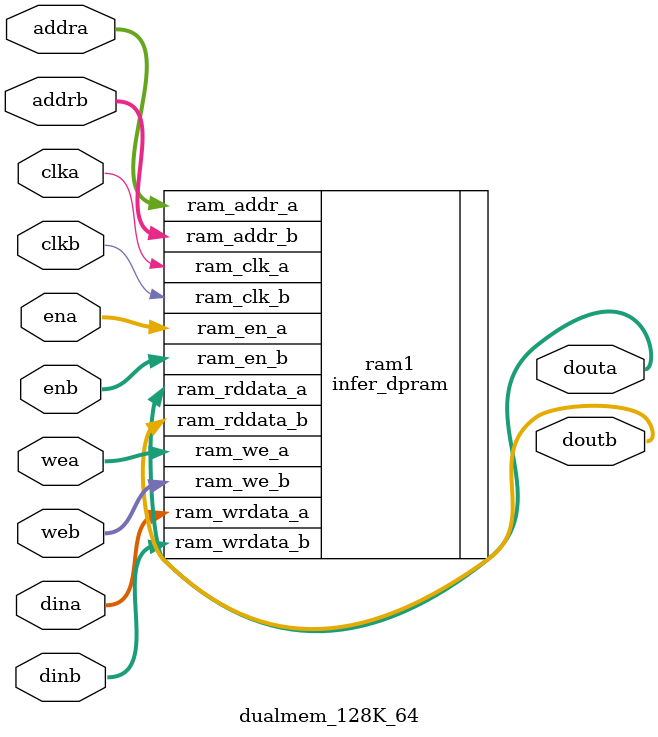
<source format=sv>

module dualmem_128K_64(clka, clkb, dina, dinb, addra, addrb, wea, web, douta, doutb, ena, enb);

   input wire clka, clkb;
   input [63:0] dina;
   input [63:0] dinb;
   input [10:0] addra;
   input [10:0] addrb;
   input [7:0]        wea;
   input [7:0]        web;
   input [7:0]        ena, enb;
   output [63:0]      douta;
   output [63:0]      doutb;

   genvar r;

`ifdef FPGA
   
   generate for (r = 0; r < 8; r=r+1)
     RAMB16_S9_S9
     RAMB16_S9_S9_inst
       (
        .CLKA   ( clka                     ),     // Port A Clock
        .DOA    ( douta[r*8 +: 8]          ),     // Port A 1-bit Data Output
        .DOPA   (                          ),
        .ADDRA  ( addra                    ),     // Port A 14-bit Address Input
        .DIA    ( dina[r*8 +: 8]           ),     // Port A 1-bit Data Input
        .DIPA   ( 1'b0                     ),
        .ENA    ( ena[r]                   ),     // Port A RAM Enable Input
        .SSRA   ( 1'b0                     ),     // Port A Synchronous Set/Reset Input
        .WEA    ( wea[r]                   ),     // Port A Write Enable Input
        .CLKB   ( clkb                     ),     // Port B Clock
        .DOB    ( doutb[r*8 +: 8]          ),     // Port B 1-bit Data Output
        .DOPB   (                          ),
        .ADDRB  ( addrb                    ),     // Port B 14-bit Address Input
        .DIB    ( dinb[r*8 +: 8]           ),     // Port B 1-bit Data Input
        .DIPB   ( 1'b0                     ),
        .ENB    ( enb[r]                   ),     // Port B RAM Enable Input
        .SSRB   ( 1'b0                     ),     // Port B Synchronous Set/Reset Input
        .WEB    ( web[r]                   )      // Port B Write Enable Input
        );
   endgenerate

`else // !`ifdef FPGA

infer_dpram #(.RAM_SIZE(11), .BYTE_WIDTH(8)) ram1 // RAM_SIZE is in words
(
.ram_clk_a(clka),
.ram_en_a(ena),
.ram_we_a(wea),
.ram_addr_a(addra),
.ram_wrdata_a(dina),
.ram_rddata_a(douta),
.ram_clk_b(clkb),
.ram_en_b(enb),
.ram_we_b(web),
.ram_addr_b(addrb),
.ram_wrdata_b(dinb),
.ram_rddata_b(doutb)
 );
   
`endif
   
endmodule // dualmem

</source>
